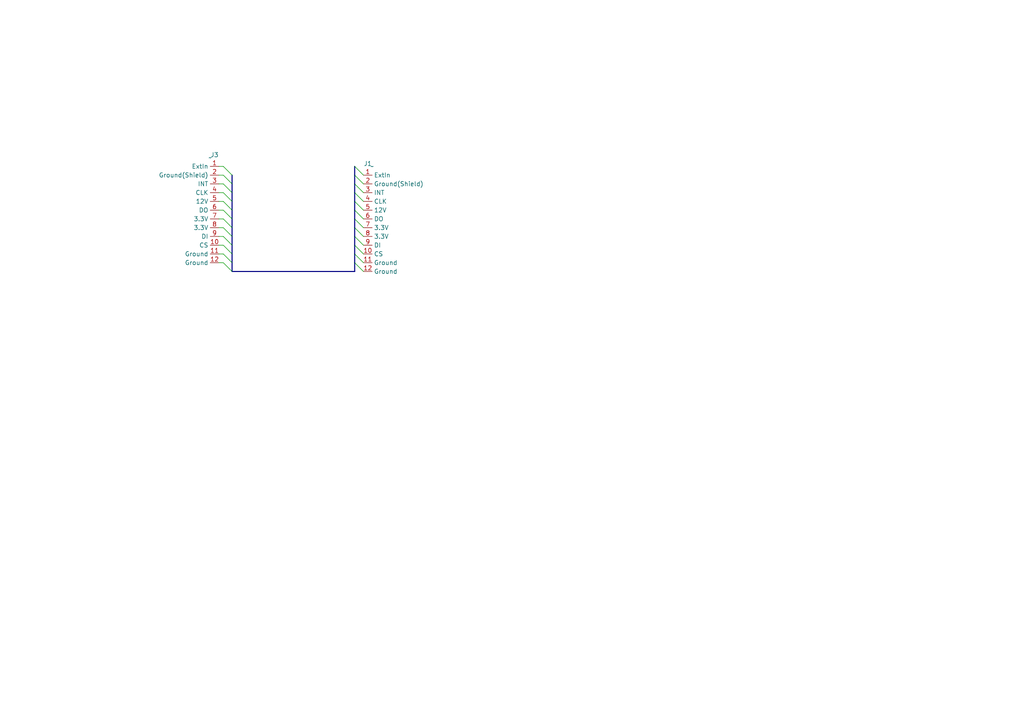
<source format=kicad_sch>
(kicad_sch (version 20250114) (generator "eeschema") (generator_version "9.0")
  (paper "A4")
  (lib_symbols
    (symbol "GameCube:Sp1_Connector"
      (property "Reference" "J" (at 0 16.764 0))
      (symbol "Sp1_Connector_1_1"
        (pin input line (at 1.27 12.7 180) (length 2.54) (name "ExtIn") (number "1"))
        (pin passive line (at 1.27 10.16 180) (length 2.54) (name "Ground(Shield)") (number "2"))
        (pin output line (at 1.27 7.62 180) (length 2.54) (name "INT") (number "3"))
        (pin input line (at 1.27 5.08 180) (length 2.54) (name "CLK") (number "4"))
        (pin power_in line (at 1.27 2.54 180) (length 2.54) (name "12V") (number "5"))
        (pin output line (at 1.27 0 180) (length 2.54) (name "DO") (number "6"))
        (pin power_in line (at 1.27 -2.54 180) (length 2.54) (name "3.3V") (number "7"))
        (pin power_in line (at 1.27 -5.08 180) (length 2.54) (name "3.3V") (number "8"))
        (pin input line (at 1.27 -7.62 180) (length 2.54) (name "DI") (number "9"))
        (pin input line (at 1.27 -10.16 180) (length 2.54) (name "CS") (number "10"))
        (pin power_in line (at 1.27 -12.7 180) (length 2.54) (name "Ground") (number "11"))
        (pin power_in line (at 1.27 -15.24 180) (length 2.54) (name "Ground") (number "12"))
      )
    )
  )
  (bus_entry (at 102.87 63.5) (size 2.54 2.54))
  (bus_entry (at 102.87 48.26) (size 2.54 2.54))
  (bus_entry (at 64.77 71.12) (size 2.54 2.54))
  (bus_entry (at 102.87 76.2) (size 2.54 2.54))
  (bus_entry (at 64.77 53.34) (size 2.54 2.54))
  (bus_entry (at 64.77 63.5) (size 2.54 2.54))
  (bus_entry (at 64.77 60.96) (size 2.54 2.54))
  (bus_entry (at 102.87 58.42) (size 2.54 2.54))
  (bus_entry (at 64.77 76.2) (size 2.54 2.54))
  (bus_entry (at 64.77 66.04) (size 2.54 2.54))
  (bus_entry (at 64.77 50.8) (size 2.54 2.54))
  (bus_entry (at 102.87 73.66) (size 2.54 2.54))
  (bus_entry (at 64.77 73.66) (size 2.54 2.54))
  (bus_entry (at 64.77 48.26) (size 2.54 2.54))
  (bus_entry (at 102.87 53.34) (size 2.54 2.54))
  (bus_entry (at 64.77 68.58) (size 2.54 2.54))
  (bus_entry (at 102.87 71.12) (size 2.54 2.54))
  (bus_entry (at 102.87 50.8) (size 2.54 2.54))
  (bus_entry (at 102.87 55.88) (size 2.54 2.54))
  (bus_entry (at 102.87 60.96) (size 2.54 2.54))
  (bus_entry (at 102.87 68.58) (size 2.54 2.54))
  (bus_entry (at 102.87 66.04) (size 2.54 2.54))
  (bus_entry (at 64.77 55.88) (size 2.54 2.54))
  (bus_entry (at 64.77 58.42) (size 2.54 2.54))
  (wire (pts (xy 63.5 71.12) (xy 64.77 71.12)))
  (bus (pts (xy 67.31 66.04) (xy 67.31 68.58)))
  (wire (pts (xy 63.5 50.8) (xy 64.77 50.8)))
  (wire (pts (xy 63.5 73.66) (xy 64.77 73.66)))
  (bus (pts (xy 102.87 48.26) (xy 102.87 50.8)))
  (bus (pts (xy 67.31 55.88) (xy 67.31 58.42)))
  (bus (pts (xy 102.87 55.88) (xy 102.87 58.42)))
  (wire (pts (xy 63.5 53.34) (xy 64.77 53.34)))
  (bus (pts (xy 102.87 71.12) (xy 102.87 73.66)))
  (wire (pts (xy 63.5 58.42) (xy 64.77 58.42)))
  (bus (pts (xy 67.31 78.74) (xy 102.87 78.74)))
  (bus (pts (xy 102.87 73.66) (xy 102.87 76.2)))
  (wire (pts (xy 63.5 48.26) (xy 64.77 48.26)))
  (bus (pts (xy 102.87 66.04) (xy 102.87 68.58)))
  (bus (pts (xy 102.87 68.58) (xy 102.87 71.12)))
  (bus (pts (xy 67.31 53.34) (xy 67.31 55.88)))
  (wire (pts (xy 63.5 68.58) (xy 64.77 68.58)))
  (bus (pts (xy 67.31 71.12) (xy 67.31 73.66)))
  (bus (pts (xy 67.31 63.5) (xy 67.31 66.04)))
  (wire (pts (xy 63.5 76.2) (xy 64.77 76.2)))
  (bus (pts (xy 67.31 50.8) (xy 67.31 53.34)))
  (bus (pts (xy 67.31 76.2) (xy 67.31 78.74)))
  (bus (pts (xy 102.87 58.42) (xy 102.87 60.96)))
  (bus (pts (xy 67.31 73.66) (xy 67.31 76.2)))
  (bus (pts (xy 67.31 68.58) (xy 67.31 71.12)))
  (wire (pts (xy 63.5 63.5) (xy 64.77 63.5)))
  (bus (pts (xy 102.87 63.5) (xy 102.87 66.04)))
  (bus (pts (xy 67.31 60.96) (xy 67.31 63.5)))
  (wire (pts (xy 63.5 60.96) (xy 64.77 60.96)))
  (bus (pts (xy 102.87 60.96) (xy 102.87 63.5)))
  (bus (pts (xy 67.31 58.42) (xy 67.31 60.96)))
  (bus (pts (xy 102.87 76.2) (xy 102.87 78.74)))
  (wire (pts (xy 63.5 66.04) (xy 64.77 66.04)))
  (bus (pts (xy 102.87 50.8) (xy 102.87 53.34)))
  (bus (pts (xy 102.87 53.34) (xy 102.87 55.88)))
  (wire (pts (xy 63.5 55.88) (xy 64.77 55.88)))
  (symbol (lib_id "GameCube:Sp1_Connector") (at 62.23 60.96 0) (unit 1)
    (property "Reference" "J3" (at 62.23 44.196 0) (effects (justify top)))
    (property "Value" "~" (at 60.96 45.72 0))
  )
  (symbol (lib_id "GameCube:Sp1_Connector") (at 106.68 63.5 0) (mirror y) (unit 1)
    (property "Reference" "J1" (at 106.68 46.736 0) (effects (justify top)))
    (property "Value" "~" (at 107.95 48.26 0))
  )
)
</source>
